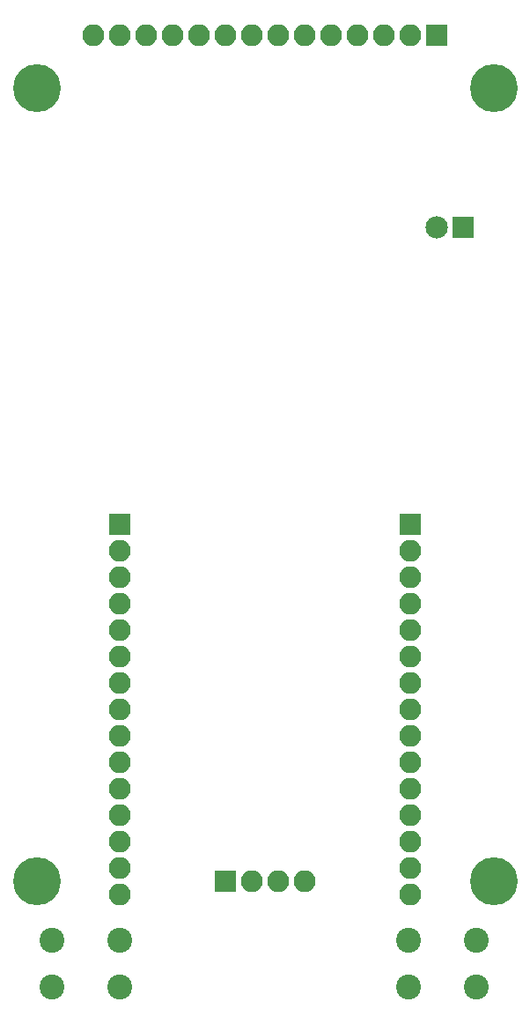
<source format=gbr>
G04 #@! TF.FileFunction,Soldermask,Bot*
%FSLAX46Y46*%
G04 Gerber Fmt 4.6, Leading zero omitted, Abs format (unit mm)*
G04 Created by KiCad (PCBNEW 4.0.7) date 12/22/18 00:45:09*
%MOMM*%
%LPD*%
G01*
G04 APERTURE LIST*
%ADD10C,0.100000*%
%ADD11C,4.600000*%
%ADD12R,2.100000X2.100000*%
%ADD13O,2.100000X2.100000*%
%ADD14R,2.150000X2.150000*%
%ADD15C,2.150000*%
%ADD16C,2.400000*%
G04 APERTURE END LIST*
D10*
D11*
X67564000Y-135255000D03*
X67564000Y-59055000D03*
X111506000Y-59055000D03*
D12*
X85725000Y-135255000D03*
D13*
X88265000Y-135255000D03*
X90805000Y-135255000D03*
X93345000Y-135255000D03*
D12*
X103505000Y-100965000D03*
D13*
X103505000Y-103505000D03*
X103505000Y-106045000D03*
X103505000Y-108585000D03*
X103505000Y-111125000D03*
X103505000Y-113665000D03*
X103505000Y-116205000D03*
X103505000Y-118745000D03*
X103505000Y-121285000D03*
X103505000Y-123825000D03*
X103505000Y-126365000D03*
X103505000Y-128905000D03*
X103505000Y-131445000D03*
X103505000Y-133985000D03*
X103505000Y-136525000D03*
D12*
X75565000Y-100965000D03*
D13*
X75565000Y-103505000D03*
X75565000Y-106045000D03*
X75565000Y-108585000D03*
X75565000Y-111125000D03*
X75565000Y-113665000D03*
X75565000Y-116205000D03*
X75565000Y-118745000D03*
X75565000Y-121285000D03*
X75565000Y-123825000D03*
X75565000Y-126365000D03*
X75565000Y-128905000D03*
X75565000Y-131445000D03*
X75565000Y-133985000D03*
X75565000Y-136525000D03*
D11*
X111506000Y-135255000D03*
D14*
X108585000Y-72390000D03*
D15*
X106085000Y-72390000D03*
D12*
X106045000Y-53975000D03*
D13*
X103505000Y-53975000D03*
X100965000Y-53975000D03*
X98425000Y-53975000D03*
X95885000Y-53975000D03*
X93345000Y-53975000D03*
X90805000Y-53975000D03*
X88265000Y-53975000D03*
X85725000Y-53975000D03*
X83185000Y-53975000D03*
X80645000Y-53975000D03*
X78105000Y-53975000D03*
X75565000Y-53975000D03*
X73025000Y-53975000D03*
D16*
X109855000Y-140915000D03*
X109855000Y-145415000D03*
X103355000Y-140915000D03*
X103355000Y-145415000D03*
X75565000Y-140915000D03*
X75565000Y-145415000D03*
X69065000Y-140915000D03*
X69065000Y-145415000D03*
M02*

</source>
